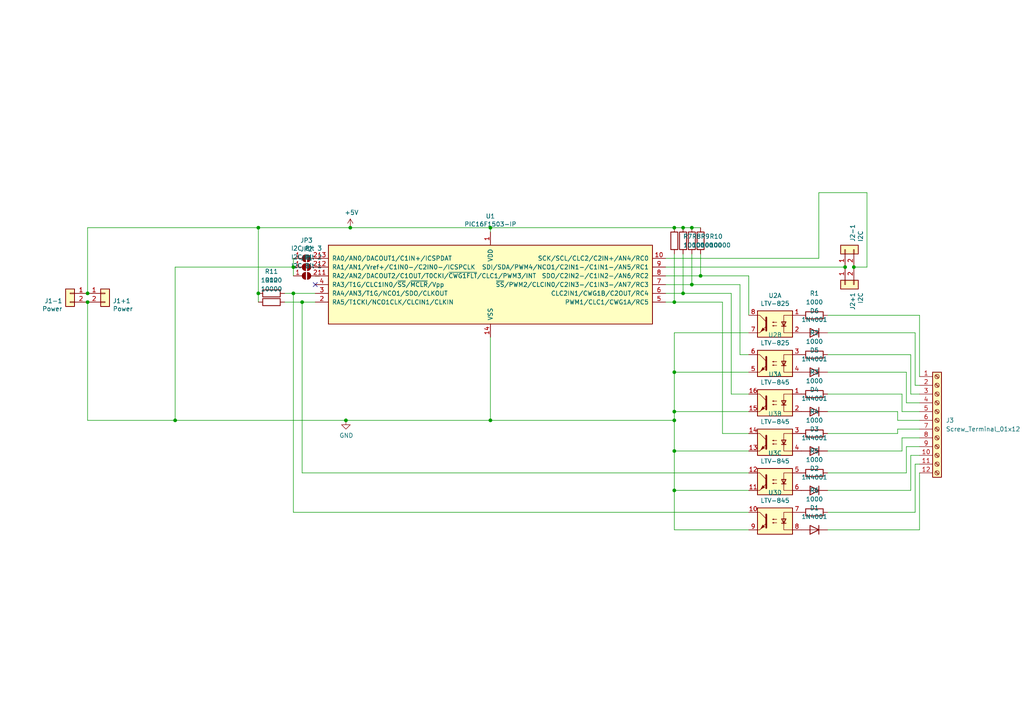
<source format=kicad_sch>
(kicad_sch (version 20230121) (generator eeschema)
  (paper "A4")
  (lib_symbols
    (symbol "Connector:Screw_Terminal_01x12" (pin_names (offset 1.016) hide)
      (property "Reference" "J" (at 0 15.24 0))
      (property "Value" "Screw_Terminal_01x12" (at 0 -17.78 0))
      (symbol "Screw_Terminal_01x12_1_1"
        (rectangle (start -1.27 13.97) (end 1.27 -16.51) (stroke (width 0.254)) (fill (type background)))
        (circle (center 0 -15.24) (radius 0.635) (stroke (width 0.1524)))
        (circle (center 0 -12.7) (radius 0.635) (stroke (width 0.1524)))
        (circle (center 0 -10.16) (radius 0.635) (stroke (width 0.1524)))
        (circle (center 0 -7.62) (radius 0.635) (stroke (width 0.1524)))
        (circle (center 0 -5.08) (radius 0.635) (stroke (width 0.1524)))
        (circle (center 0 -2.54) (radius 0.635) (stroke (width 0.1524)))
        (polyline (pts (xy -0.5334 -14.9098) (xy 0.3302 -15.748)) (stroke (width 0.1524)))
        (polyline (pts (xy -0.5334 -12.3698) (xy 0.3302 -13.208)) (stroke (width 0.1524)))
        (polyline (pts (xy -0.5334 -9.8298) (xy 0.3302 -10.668)) (stroke (width 0.1524)))
        (polyline (pts (xy -0.5334 -7.2898) (xy 0.3302 -8.128)) (stroke (width 0.1524)))
        (polyline (pts (xy -0.5334 -4.7498) (xy 0.3302 -5.588)) (stroke (width 0.1524)))
        (polyline (pts (xy -0.5334 -2.2098) (xy 0.3302 -3.048)) (stroke (width 0.1524)))
        (polyline (pts (xy -0.5334 0.3302) (xy 0.3302 -0.508)) (stroke (width 0.1524)))
        (polyline (pts (xy -0.5334 2.8702) (xy 0.3302 2.032)) (stroke (width 0.1524)))
        (polyline (pts (xy -0.5334 5.4102) (xy 0.3302 4.572)) (stroke (width 0.1524)))
        (polyline (pts (xy -0.5334 7.9502) (xy 0.3302 7.112)) (stroke (width 0.1524)))
        (polyline (pts (xy -0.5334 10.4902) (xy 0.3302 9.652)) (stroke (width 0.1524)))
        (polyline (pts (xy -0.5334 13.0302) (xy 0.3302 12.192)) (stroke (width 0.1524)))
        (polyline (pts (xy -0.3556 -14.732) (xy 0.508 -15.5702)) (stroke (width 0.1524)))
        (polyline (pts (xy -0.3556 -12.192) (xy 0.508 -13.0302)) (stroke (width 0.1524)))
        (polyline (pts (xy -0.3556 -9.652) (xy 0.508 -10.4902)) (stroke (width 0.1524)))
        (polyline (pts (xy -0.3556 -7.112) (xy 0.508 -7.9502)) (stroke (width 0.1524)))
        (polyline (pts (xy -0.3556 -4.572) (xy 0.508 -5.4102)) (stroke (width 0.1524)))
        (polyline (pts (xy -0.3556 -2.032) (xy 0.508 -2.8702)) (stroke (width 0.1524)))
        (polyline (pts (xy -0.3556 0.508) (xy 0.508 -0.3302)) (stroke (width 0.1524)))
        (polyline (pts (xy -0.3556 3.048) (xy 0.508 2.2098)) (stroke (width 0.1524)))
        (polyline (pts (xy -0.3556 5.588) (xy 0.508 4.7498)) (stroke (width 0.1524)))
        (polyline (pts (xy -0.3556 8.128) (xy 0.508 7.2898)) (stroke (width 0.1524)))
        (polyline (pts (xy -0.3556 10.668) (xy 0.508 9.8298)) (stroke (width 0.1524)))
        (polyline (pts (xy -0.3556 13.208) (xy 0.508 12.3698)) (stroke (width 0.1524)))
        (circle (center 0 0) (radius 0.635) (stroke (width 0.1524)))
        (circle (center 0 2.54) (radius 0.635) (stroke (width 0.1524)))
        (circle (center 0 5.08) (radius 0.635) (stroke (width 0.1524)))
        (circle (center 0 7.62) (radius 0.635) (stroke (width 0.1524)))
        (circle (center 0 10.16) (radius 0.635) (stroke (width 0.1524)))
        (circle (center 0 12.7) (radius 0.635) (stroke (width 0.1524)))
        (pin passive line (at -5.08 12.7 0) (length 3.81) (name "Pin_1") (number "1"))
        (pin passive line (at -5.08 -10.16 0) (length 3.81) (name "Pin_10") (number "10"))
        (pin passive line (at -5.08 -12.7 0) (length 3.81) (name "Pin_11") (number "11"))
        (pin passive line (at -5.08 -15.24 0) (length 3.81) (name "Pin_12") (number "12"))
        (pin passive line (at -5.08 10.16 0) (length 3.81) (name "Pin_2") (number "2"))
        (pin passive line (at -5.08 7.62 0) (length 3.81) (name "Pin_3") (number "3"))
        (pin passive line (at -5.08 5.08 0) (length 3.81) (name "Pin_4") (number "4"))
        (pin passive line (at -5.08 2.54 0) (length 3.81) (name "Pin_5") (number "5"))
        (pin passive line (at -5.08 0 0) (length 3.81) (name "Pin_6") (number "6"))
        (pin passive line (at -5.08 -2.54 0) (length 3.81) (name "Pin_7") (number "7"))
        (pin passive line (at -5.08 -5.08 0) (length 3.81) (name "Pin_8") (number "8"))
        (pin passive line (at -5.08 -7.62 0) (length 3.81) (name "Pin_9") (number "9"))
      )
    )
    (symbol "Connector_Generic:Conn_01x02" (pin_names (offset 1.016) hide)
      (property "Reference" "J" (at 0 2.54 0))
      (property "Value" "Conn_01x02" (at 0 -5.08 0))
      (symbol "Conn_01x02_1_1"
        (rectangle (start -1.27 -2.413) (end 0 -2.667) (stroke (width 0.1524)))
        (rectangle (start -1.27 0.127) (end 0 -0.127) (stroke (width 0.1524)))
        (rectangle (start -1.27 1.27) (end 1.27 -3.81) (stroke (width 0.254)) (fill (type background)))
        (pin passive line (at -5.08 0 0) (length 3.81) (name "Pin_1") (number "1"))
        (pin passive line (at -5.08 -2.54 0) (length 3.81) (name "Pin_2") (number "2"))
      )
    )
    (symbol "Device:D" (pin_numbers hide) (pin_names (offset 1.016) hide)
      (property "Reference" "D" (at 0 2.54 0))
      (property "Value" "D" (at 0 -2.54 0))
      (symbol "D_0_1"
        (polyline (pts (xy -1.27 1.27) (xy -1.27 -1.27)) (stroke (width 0.254)))
        (polyline (pts (xy 1.27 0) (xy -1.27 0)))
        (polyline (pts (xy 1.27 1.27) (xy 1.27 -1.27) (xy -1.27 0) (xy 1.27 1.27)) (stroke (width 0.254)))
      )
      (symbol "D_1_1"
        (pin passive line (at -3.81 0 0) (length 2.54) (name "K") (number "1"))
        (pin passive line (at 3.81 0 180) (length 2.54) (name "A") (number "2"))
      )
    )
    (symbol "Device:R" (pin_numbers hide) (pin_names (offset 0))
      (property "Reference" "R" (at 2.032 0 90))
      (property "Value" "R" (at 0 0 90))
      (symbol "R_0_1"
        (rectangle (start -1.016 -2.54) (end 1.016 2.54) (stroke (width 0.254)))
      )
      (symbol "R_1_1"
        (pin passive line (at 0 3.81 270) (length 1.27) (name "~") (number "1"))
        (pin passive line (at 0 -3.81 90) (length 1.27) (name "~") (number "2"))
      )
    )
    (symbol "Jumper:SolderJumper_2_Open" (pin_names (offset 0) hide)
      (property "Reference" "JP" (at 0 2.032 0))
      (property "Value" "SolderJumper_2_Open" (at 0 -2.54 0))
      (symbol "SolderJumper_2_Open_0_1"
        (arc (start -0.254 1.016) (mid -1.2656 0) (end -0.254 -1.016))
        (arc (start -0.254 1.016) (mid -1.2656 0) (end -0.254 -1.016) (fill (type outline)))
        (polyline (pts (xy -0.254 1.016) (xy -0.254 -1.016)))
        (polyline (pts (xy 0.254 1.016) (xy 0.254 -1.016)))
        (arc (start 0.254 -1.016) (mid 1.2656 0) (end 0.254 1.016))
        (arc (start 0.254 -1.016) (mid 1.2656 0) (end 0.254 1.016) (fill (type outline)))
      )
      (symbol "SolderJumper_2_Open_1_1"
        (pin passive line (at -3.81 0 0) (length 2.54) (name "A") (number "1"))
        (pin passive line (at 3.81 0 180) (length 2.54) (name "B") (number "2"))
      )
    )
    (symbol "MCU_Microchip_PIC16:PIC16F1503-IP" (pin_names (offset 1.016))
      (property "Reference" "U" (at -46.99 15.24 0))
      (property "Value" "PIC16F1503-IP" (at -46.99 12.7 0))
      (symbol "PIC16F1503-IP_0_1"
        (rectangle (start -46.99 11.43) (end 46.99 -11.43) (stroke (width 0.254)) (fill (type background)))
      )
      (symbol "PIC16F1503-IP_1_1"
        (pin power_in line (at 0 15.24 270) (length 3.81) (name "VDD") (number "1"))
        (pin bidirectional line (at 50.8 7.62 180) (length 3.81) (name "SCK/SCL/CLC2/C2IN+/AN4/RC0") (number "10"))
        (pin bidirectional line (at -50.8 2.54 0) (length 3.81) (name "RA2/AN2/DACOUT2/C1OUT/T0CKI/~{CWG1FLT}/CLC1/PWM3/INT") (number "11"))
        (pin bidirectional line (at -50.8 5.08 0) (length 3.81) (name "RA1/AN1/Vref+/C1IN0-/C2IN0-/ICSPCLK") (number "12"))
        (pin bidirectional line (at -50.8 7.62 0) (length 3.81) (name "RA0/AN0/DACOUT1/C1IN+/ICSPDAT") (number "13"))
        (pin power_in line (at 0 -15.24 90) (length 3.81) (name "VSS") (number "14"))
        (pin bidirectional line (at -50.8 -5.08 0) (length 3.81) (name "RA5/T1CKI/NCO1CLK/CLCIN1/CLKIN") (number "2"))
        (pin bidirectional line (at -50.8 -2.54 0) (length 3.81) (name "RA4/AN3/T1G/NCO1/SDO/CLKOUT") (number "3"))
        (pin input line (at -50.8 0 0) (length 3.81) (name "RA3/T1G/CLC1IN0/~{SS}/~{MCLR}/Vpp") (number "4"))
        (pin bidirectional line (at 50.8 -5.08 180) (length 3.81) (name "PWM1/CLC1/CWG1A/RC5") (number "5"))
        (pin bidirectional line (at 50.8 -2.54 180) (length 3.81) (name "CLC2IN1/CWG1B/C2OUT/RC4") (number "6"))
        (pin bidirectional line (at 50.8 0 180) (length 3.81) (name "~{SS}/PWM2/CLCIN0/C2IN3-/C1IN3-/AN7/RC3") (number "7"))
        (pin bidirectional line (at 50.8 2.54 180) (length 3.81) (name "SDO/C2IN2-/C1IN2-/AN6/RC2") (number "8"))
        (pin bidirectional line (at 50.8 5.08 180) (length 3.81) (name "SDI/SDA/PWM4/NCO1/C2IN1-/C1IN1-/AN5/RC1") (number "9"))
      )
    )
    (symbol "Optokoppler:LTV-825-Isolator" (pin_names (offset 1.016))
      (property "Reference" "U" (at -5.08 5.08 0))
      (property "Value" "Isolator_LTV-825" (at 0 5.08 0))
      (symbol "LTV-825-Isolator_0_1"
        (rectangle (start -5.08 3.81) (end 5.08 -3.81) (stroke (width 0.254)) (fill (type background)))
        (polyline (pts (xy -3.175 -0.635) (xy -1.905 -0.635)) (stroke (width 0.254)))
        (polyline (pts (xy 2.54 0.635) (xy 4.445 2.54)))
        (polyline (pts (xy 4.445 -2.54) (xy 2.54 -0.635)) (fill (type outline)))
        (polyline (pts (xy 4.445 -2.54) (xy 5.08 -2.54)))
        (polyline (pts (xy 4.445 2.54) (xy 5.08 2.54)))
        (polyline (pts (xy -2.54 -0.635) (xy -2.54 -2.54) (xy -5.08 -2.54)))
        (polyline (pts (xy 2.54 1.905) (xy 2.54 -1.905) (xy 2.54 -1.905)) (stroke (width 0.508)))
        (polyline (pts (xy -5.08 2.54) (xy -2.54 2.54) (xy -2.54 -1.27) (xy -2.54 0.635)))
        (polyline (pts (xy -2.54 -0.635) (xy -3.175 0.635) (xy -1.905 0.635) (xy -2.54 -0.635)) (stroke (width 0.254)))
        (polyline (pts (xy -0.508 -0.508) (xy 0.762 -0.508) (xy 0.381 -0.635) (xy 0.381 -0.381) (xy 0.762 -0.508)))
        (polyline (pts (xy -0.508 0.508) (xy 0.762 0.508) (xy 0.381 0.381) (xy 0.381 0.635) (xy 0.762 0.508)))
        (polyline (pts (xy 3.048 -1.651) (xy 3.556 -1.143) (xy 4.064 -2.159) (xy 3.048 -1.651) (xy 3.048 -1.651)) (fill (type outline)))
      )
      (symbol "LTV-825-Isolator_1_1"
        (pin passive line (at -7.62 2.54 0) (length 2.54) (name "~") (number "1"))
        (pin passive line (at -7.62 -2.54 0) (length 2.54) (name "~") (number "2"))
        (pin passive line (at 7.62 -2.54 180) (length 2.54) (name "~") (number "7"))
        (pin passive line (at 7.62 2.54 180) (length 2.54) (name "~") (number "8"))
      )
      (symbol "LTV-825-Isolator_2_1"
        (pin passive line (at -7.62 2.54 0) (length 2.54) (name "~") (number "3"))
        (pin passive line (at -7.62 -2.54 0) (length 2.54) (name "~") (number "4"))
        (pin passive line (at 7.62 -2.54 180) (length 2.54) (name "~") (number "5"))
        (pin passive line (at 7.62 2.54 180) (length 2.54) (name "~") (number "6"))
      )
    )
    (symbol "Optokoppler:LTV-845-Isolator" (pin_names (offset 1.016))
      (property "Reference" "U" (at -5.08 5.08 0))
      (property "Value" "Isolator_LTV-845" (at 0 5.08 0))
      (symbol "LTV-845-Isolator_0_1"
        (rectangle (start -5.08 3.81) (end 5.08 -3.81) (stroke (width 0.254)) (fill (type background)))
        (polyline (pts (xy -3.175 -0.635) (xy -1.905 -0.635)) (stroke (width 0.254)))
        (polyline (pts (xy 2.54 0.635) (xy 4.445 2.54)))
        (polyline (pts (xy 4.445 -2.54) (xy 2.54 -0.635)) (fill (type outline)))
        (polyline (pts (xy 4.445 -2.54) (xy 5.08 -2.54)))
        (polyline (pts (xy 4.445 2.54) (xy 5.08 2.54)))
        (polyline (pts (xy -2.54 -0.635) (xy -2.54 -2.54) (xy -5.08 -2.54)))
        (polyline (pts (xy 2.54 1.905) (xy 2.54 -1.905) (xy 2.54 -1.905)) (stroke (width 0.508)))
        (polyline (pts (xy -5.08 2.54) (xy -2.54 2.54) (xy -2.54 -1.27) (xy -2.54 0.635)))
        (polyline (pts (xy -2.54 -0.635) (xy -3.175 0.635) (xy -1.905 0.635) (xy -2.54 -0.635)) (stroke (width 0.254)))
        (polyline (pts (xy -0.508 -0.508) (xy 0.762 -0.508) (xy 0.381 -0.635) (xy 0.381 -0.381) (xy 0.762 -0.508)))
        (polyline (pts (xy -0.508 0.508) (xy 0.762 0.508) (xy 0.381 0.381) (xy 0.381 0.635) (xy 0.762 0.508)))
        (polyline (pts (xy 3.048 -1.651) (xy 3.556 -1.143) (xy 4.064 -2.159) (xy 3.048 -1.651) (xy 3.048 -1.651)) (fill (type outline)))
      )
      (symbol "LTV-845-Isolator_1_1"
        (pin passive line (at -7.62 2.54 0) (length 2.54) (name "~") (number "1"))
        (pin passive line (at 7.62 -2.54 180) (length 2.54) (name "~") (number "15"))
        (pin passive line (at 7.62 2.54 180) (length 2.54) (name "~") (number "16"))
        (pin passive line (at -7.62 -2.54 0) (length 2.54) (name "~") (number "2"))
      )
      (symbol "LTV-845-Isolator_2_1"
        (pin passive line (at 7.62 -2.54 180) (length 2.54) (name "~") (number "13"))
        (pin passive line (at 7.62 2.54 180) (length 2.54) (name "~") (number "14"))
        (pin passive line (at -7.62 2.54 0) (length 2.54) (name "~") (number "3"))
        (pin passive line (at -7.62 -2.54 0) (length 2.54) (name "~") (number "4"))
      )
      (symbol "LTV-845-Isolator_3_1"
        (pin passive line (at 7.62 -2.54 180) (length 2.54) (name "~") (number "11"))
        (pin passive line (at 7.62 2.54 180) (length 2.54) (name "~") (number "12"))
        (pin passive line (at -7.62 2.54 0) (length 2.54) (name "~") (number "5"))
        (pin passive line (at -7.62 -2.54 0) (length 2.54) (name "~") (number "6"))
      )
      (symbol "LTV-845-Isolator_4_1"
        (pin passive line (at 7.62 2.54 180) (length 2.54) (name "~") (number "10"))
        (pin passive line (at -7.62 2.54 0) (length 2.54) (name "~") (number "7"))
        (pin passive line (at -7.62 -2.54 0) (length 2.54) (name "~") (number "8"))
        (pin passive line (at 7.62 -2.54 180) (length 2.54) (name "~") (number "9"))
      )
    )
    (symbol "power:+5V" (power) (pin_names (offset 0))
      (property "Value" "+5V" (at 0 3.556 0))
      (symbol "+5V_0_1"
        (polyline (pts (xy -0.762 1.27) (xy 0 2.54)))
        (polyline (pts (xy 0 0) (xy 0 2.54)))
        (polyline (pts (xy 0 2.54) (xy 0.762 1.27)))
      )
      (symbol "+5V_1_1"
        (pin power_in line (at 0 0 90) (length 0) hide (name "+5V") (number "1"))
      )
    )
    (symbol "power:GND" (power) (pin_names (offset 0))
      (property "Value" "GND" (at 0 -3.81 0))
      (symbol "GND_0_1"
        (polyline (pts (xy 0 0) (xy 0 -1.27) (xy 1.27 -1.27) (xy 0 -2.54) (xy -1.27 -1.27) (xy 0 -1.27)))
      )
      (symbol "GND_1_1"
        (pin power_in line (at 0 0 270) (length 0) hide (name "GND") (number "1"))
      )
    )
  )
  (junction (at 25.4 85.09))
  (junction (at 85.09 77.47))
  (junction (at 200.66 82.55))
  (junction (at 195.58 142.24))
  (junction (at 50.8 121.92))
  (junction (at 195.58 66.04))
  (junction (at 74.93 85.09))
  (junction (at 142.24 66.04))
  (junction (at 85.09 85.09))
  (junction (at 195.58 87.63))
  (junction (at 87.63 87.63))
  (junction (at 195.58 121.92))
  (junction (at 142.24 121.92))
  (junction (at 195.58 119.38))
  (junction (at 203.2 80.01))
  (junction (at 74.93 66.04))
  (junction (at 245.11 77.47))
  (junction (at 198.12 66.04))
  (junction (at 247.65 77.47))
  (junction (at 25.4 87.63))
  (junction (at 100.33 121.92))
  (junction (at 198.12 85.09))
  (junction (at 101.6 66.04))
  (junction (at 195.58 130.81))
  (junction (at 200.66 66.04))
  (junction (at 195.58 107.95))
  (no_connect (at 91.44 82.55))
  (wire (pts (xy 240.03 119.38) (xy 260.35 119.38)))
  (wire (pts (xy 82.55 85.09) (xy 85.09 85.09)))
  (wire (pts (xy 142.24 66.04) (xy 142.24 67.31)))
  (wire (pts (xy 200.66 73.66) (xy 200.66 82.55)))
  (wire (pts (xy 195.58 130.81) (xy 195.58 142.24)))
  (wire (pts (xy 240.03 107.95) (xy 262.89 107.95)))
  (wire (pts (xy 195.58 153.67) (xy 217.17 153.67)))
  (wire (pts (xy 240.03 130.81) (xy 261.62 130.81)))
  (wire (pts (xy 265.43 148.59) (xy 240.03 148.59)))
  (wire (pts (xy 265.43 134.62) (xy 265.43 148.59)))
  (wire (pts (xy 25.4 66.04) (xy 25.4 85.09)))
  (wire (pts (xy 251.46 77.47) (xy 247.65 77.47)))
  (wire (pts (xy 262.89 137.16) (xy 240.03 137.16)))
  (wire (pts (xy 203.2 80.01) (xy 217.17 80.01)))
  (wire (pts (xy 266.7 153.67) (xy 266.7 137.16)))
  (wire (pts (xy 237.49 55.88) (xy 251.46 55.88)))
  (wire (pts (xy 266.7 124.46) (xy 260.35 124.46)))
  (wire (pts (xy 74.93 66.04) (xy 25.4 66.04)))
  (wire (pts (xy 265.43 96.52) (xy 265.43 111.76)))
  (wire (pts (xy 142.24 66.04) (xy 195.58 66.04)))
  (wire (pts (xy 91.44 85.09) (xy 85.09 85.09)))
  (wire (pts (xy 142.24 121.92) (xy 195.58 121.92)))
  (wire (pts (xy 266.7 134.62) (xy 265.43 134.62)))
  (wire (pts (xy 237.49 55.88) (xy 237.49 74.93)))
  (wire (pts (xy 100.33 121.92) (xy 142.24 121.92)))
  (wire (pts (xy 264.16 114.3) (xy 264.16 102.87)))
  (wire (pts (xy 266.7 114.3) (xy 264.16 114.3)))
  (wire (pts (xy 85.09 80.01) (xy 85.09 77.47)))
  (wire (pts (xy 85.09 74.93) (xy 85.09 77.47)))
  (wire (pts (xy 195.58 73.66) (xy 195.58 87.63)))
  (wire (pts (xy 212.09 114.3) (xy 217.17 114.3)))
  (wire (pts (xy 262.89 116.84) (xy 266.7 116.84)))
  (wire (pts (xy 240.03 142.24) (xy 264.16 142.24)))
  (wire (pts (xy 195.58 119.38) (xy 195.58 121.92)))
  (wire (pts (xy 266.7 129.54) (xy 262.89 129.54)))
  (wire (pts (xy 240.03 91.44) (xy 266.7 91.44)))
  (wire (pts (xy 212.09 85.09) (xy 212.09 114.3)))
  (wire (pts (xy 193.04 87.63) (xy 195.58 87.63)))
  (wire (pts (xy 266.7 91.44) (xy 266.7 109.22)))
  (wire (pts (xy 260.35 124.46) (xy 260.35 125.73)))
  (wire (pts (xy 198.12 85.09) (xy 212.09 85.09)))
  (wire (pts (xy 193.04 74.93) (xy 237.49 74.93)))
  (wire (pts (xy 264.16 132.08) (xy 266.7 132.08)))
  (wire (pts (xy 193.04 77.47) (xy 245.11 77.47)))
  (wire (pts (xy 142.24 97.79) (xy 142.24 121.92)))
  (wire (pts (xy 91.44 74.93) (xy 92.71 74.93)))
  (wire (pts (xy 198.12 73.66) (xy 198.12 85.09)))
  (wire (pts (xy 193.04 80.01) (xy 203.2 80.01)))
  (wire (pts (xy 261.62 127) (xy 266.7 127)))
  (wire (pts (xy 260.35 125.73) (xy 240.03 125.73)))
  (wire (pts (xy 264.16 142.24) (xy 264.16 132.08)))
  (wire (pts (xy 203.2 73.66) (xy 203.2 80.01)))
  (wire (pts (xy 87.63 137.16) (xy 87.63 87.63)))
  (wire (pts (xy 262.89 129.54) (xy 262.89 137.16)))
  (wire (pts (xy 25.4 87.63) (xy 25.4 121.92)))
  (wire (pts (xy 195.58 142.24) (xy 195.58 153.67)))
  (wire (pts (xy 195.58 142.24) (xy 217.17 142.24)))
  (wire (pts (xy 260.35 121.92) (xy 266.7 121.92)))
  (wire (pts (xy 240.03 96.52) (xy 265.43 96.52)))
  (wire (pts (xy 200.66 82.55) (xy 193.04 82.55)))
  (wire (pts (xy 91.44 77.47) (xy 92.71 77.47)))
  (wire (pts (xy 261.62 114.3) (xy 240.03 114.3)))
  (wire (pts (xy 195.58 87.63) (xy 209.55 87.63)))
  (wire (pts (xy 214.63 82.55) (xy 200.66 82.55)))
  (wire (pts (xy 195.58 107.95) (xy 195.58 119.38)))
  (wire (pts (xy 265.43 111.76) (xy 266.7 111.76)))
  (wire (pts (xy 198.12 66.04) (xy 200.66 66.04)))
  (wire (pts (xy 261.62 119.38) (xy 261.62 114.3)))
  (wire (pts (xy 74.93 66.04) (xy 74.93 85.09)))
  (wire (pts (xy 214.63 102.87) (xy 214.63 82.55)))
  (wire (pts (xy 240.03 153.67) (xy 266.7 153.67)))
  (wire (pts (xy 25.4 121.92) (xy 50.8 121.92)))
  (wire (pts (xy 91.44 80.01) (xy 92.71 80.01)))
  (wire (pts (xy 50.8 121.92) (xy 100.33 121.92)))
  (wire (pts (xy 209.55 125.73) (xy 217.17 125.73)))
  (wire (pts (xy 200.66 66.04) (xy 203.2 66.04)))
  (wire (pts (xy 85.09 148.59) (xy 217.17 148.59)))
  (wire (pts (xy 85.09 77.47) (xy 50.8 77.47)))
  (wire (pts (xy 217.17 102.87) (xy 214.63 102.87)))
  (wire (pts (xy 195.58 107.95) (xy 217.17 107.95)))
  (wire (pts (xy 195.58 66.04) (xy 198.12 66.04)))
  (wire (pts (xy 195.58 96.52) (xy 195.58 107.95)))
  (wire (pts (xy 87.63 87.63) (xy 91.44 87.63)))
  (wire (pts (xy 264.16 102.87) (xy 240.03 102.87)))
  (wire (pts (xy 251.46 55.88) (xy 251.46 77.47)))
  (wire (pts (xy 217.17 96.52) (xy 195.58 96.52)))
  (wire (pts (xy 195.58 119.38) (xy 217.17 119.38)))
  (wire (pts (xy 85.09 85.09) (xy 85.09 148.59)))
  (wire (pts (xy 266.7 119.38) (xy 261.62 119.38)))
  (wire (pts (xy 261.62 130.81) (xy 261.62 127)))
  (wire (pts (xy 101.6 66.04) (xy 142.24 66.04)))
  (wire (pts (xy 262.89 107.95) (xy 262.89 116.84)))
  (wire (pts (xy 195.58 121.92) (xy 195.58 130.81)))
  (wire (pts (xy 193.04 85.09) (xy 198.12 85.09)))
  (wire (pts (xy 101.6 66.04) (xy 74.93 66.04)))
  (wire (pts (xy 82.55 87.63) (xy 87.63 87.63)))
  (wire (pts (xy 50.8 77.47) (xy 50.8 121.92)))
  (wire (pts (xy 260.35 119.38) (xy 260.35 121.92)))
  (wire (pts (xy 217.17 137.16) (xy 87.63 137.16)))
  (wire (pts (xy 209.55 87.63) (xy 209.55 125.73)))
  (wire (pts (xy 74.93 85.09) (xy 74.93 87.63)))
  (wire (pts (xy 217.17 80.01) (xy 217.17 91.44)))
  (wire (pts (xy 195.58 130.81) (xy 217.17 130.81)))
  (symbol (lib_id "MCU_Microchip_PIC16:PIC16F1503-IP") (at 142.24 82.55 0) (unit 1)
    (property "Reference" "U1" (at 142.24 62.7126 0))
    (property "Value" "PIC16F1503-IP" (at 142.24 65.024 0))
    (property "Footprint" "Package_DIP:DIP-14_W7.62mm" (effects hide))
    (property "Datasheet" "http://ww1.microchip.com/downloads/en/DeviceDoc/41607A.pdf" (effects hide))
  )
  (symbol (lib_id "Connector_Generic:Conn_01x02") (at 245.11 72.39 90) (unit 1)
    (property "Reference" "J2-1" (at 247.2944 70.1548 0) (effects (justify left)))
    (property "Value" "I2C" (at 249.6058 70.1548 0) (effects (justify left)))
    (property "Footprint" "Connector_PinSocket_2.54mm:PinSocket_1x02_P2.54mm_Vertical" (effects hide))
    (property "Sim.Enable" "0" (effects hide))
  )
  (symbol (lib_id "Connector_Generic:Conn_01x02") (at 30.48 85.09 0) (unit 1)
    (property "Reference" "J1+1" (at 32.7152 87.2744 0) (effects (justify left)))
    (property "Value" "Power" (at 32.7152 89.5858 0) (effects (justify left)))
    (property "Footprint" "Connector_PinHeader_2.54mm:PinHeader_1x02_P2.54mm_Vertical" (effects hide))
    (property "Sim.Enable" "0" (effects hide))
  )
  (symbol (lib_id "Jumper:SolderJumper_2_Open") (at 88.9 80.01 0) (unit 1)
    (property "Reference" "JP1" (at 88.9 74.803 0))
    (property "Value" "I2C Bit 1" (at 88.9 77.1144 0))
    (property "Footprint" "Jumper:SolderJumper-2_P1.3mm_Open_RoundedPad1.0x1.5mm" (effects hide))
    (property "Sim.Enable" "0" (effects hide))
  )
  (symbol (lib_id "Jumper:SolderJumper_2_Open") (at 88.9 74.93 0) (unit 1)
    (property "Reference" "JP3" (at 88.9 69.723 0))
    (property "Value" "I2C Bit 3" (at 88.9 72.0344 0))
    (property "Footprint" "Jumper:SolderJumper-2_P1.3mm_Open_RoundedPad1.0x1.5mm" (effects hide))
    (property "Sim.Enable" "0" (effects hide))
  )
  (symbol (lib_id "Jumper:SolderJumper_2_Open") (at 88.9 77.47 0) (unit 1)
    (property "Reference" "JP2" (at 88.9 72.263 0))
    (property "Value" "I2C Bit 2" (at 88.9 74.5744 0))
    (property "Footprint" "Jumper:SolderJumper-2_P1.3mm_Open_RoundedPad1.0x1.5mm" (effects hide))
    (property "Sim.Enable" "0" (effects hide))
  )
  (symbol (lib_id "Connector_Generic:Conn_01x02") (at 20.32 85.09 0) (mirror y) (unit 1)
    (property "Reference" "J1-1" (at 18.0848 87.2744 0) (effects (justify left)))
    (property "Value" "Power" (at 18.0848 89.5858 0) (effects (justify left)))
    (property "Footprint" "Connector_PinSocket_2.54mm:PinSocket_1x02_P2.54mm_Vertical" (effects hide))
    (property "Sim.Enable" "0" (effects hide))
  )
  (symbol (lib_id "Connector_Generic:Conn_01x02") (at 245.11 82.55 90) (mirror x) (unit 1)
    (property "Reference" "J2+1" (at 247.2944 84.7852 0) (effects (justify left)))
    (property "Value" "I2C" (at 249.6058 84.7852 0) (effects (justify left)))
    (property "Footprint" "Connector_PinHeader_2.54mm:PinHeader_1x02_P2.54mm_Vertical" (effects hide))
    (property "Sim.Enable" "0" (effects hide))
  )
  (symbol (lib_id "power:GND") (at 100.33 121.92 0) (unit 1)
    (property "Reference" "#PWR0102" (effects hide))
    (property "Value" "GND" (at 100.457 126.3142 0))
  )
  (symbol (lib_id "power:+5V") (at 101.6 66.04 0) (unit 1)
    (property "Reference" "#PWR0101" (effects hide))
    (property "Value" "+5V" (at 101.981 61.6458 0))
  )
  (symbol (lib_id "Device:D") (at 236.22 142.24 180) (unit 1)
    (property "Reference" "D2" (at 236.22 135.89 0))
    (property "Value" "1N4001" (at 236.22 138.43 0))
    (property "Footprint" "Diode_SMD:D_SMB_Handsoldering" (effects hide))
    (property "Sim.Device" "D" (effects hide))
    (property "Sim.Pins" "1=K 2=A" (effects hide))
  )
  (symbol (lib_id "Connector:Screw_Terminal_01x12") (at 271.78 121.92 0) (unit 1)
    (property "Reference" "J3" (at 274.32 121.92 0) (effects (justify left)))
    (property "Value" "Screw_Terminal_01x12" (at 274.32 124.46 0) (effects (justify left)))
    (property "Footprint" "TerminalBlock_RND:TerminalBlock_RND_205-00297_1x12_P5.08mm_Horizontal" (effects hide))
  )
  (symbol (lib_id "Optokoppler:LTV-825-Isolator") (at 224.79 105.41 0) (mirror y) (unit 2)
    (property "Reference" "U2" (at 224.79 97.155 0))
    (property "Value" "LTV-825" (at 224.79 99.4664 0))
    (property "Footprint" "Package_DIP:DIP-8_W7.62mm" (effects hide))
    (property "Datasheet" "https://cdn-reichelt.de/documents/datenblatt/A200/LTV815_LTV825_LTV845_LIT.pdf" (effects hide))
  )
  (symbol (lib_id "Device:D") (at 236.22 119.38 180) (unit 1)
    (property "Reference" "D4" (at 236.22 113.03 0))
    (property "Value" "1N4001" (at 236.22 115.57 0))
    (property "Footprint" "Diode_SMD:D_SMB_Handsoldering" (effects hide))
    (property "Sim.Device" "D" (effects hide))
    (property "Sim.Pins" "1=K 2=A" (effects hide))
  )
  (symbol (lib_id "Device:D") (at 236.22 96.52 180) (unit 1)
    (property "Reference" "D6" (at 236.22 90.17 0))
    (property "Value" "1N4001" (at 236.22 92.71 0))
    (property "Footprint" "Diode_SMD:D_SMB_Handsoldering" (effects hide))
    (property "Sim.Device" "D" (effects hide))
    (property "Sim.Pins" "1=K 2=A" (effects hide))
  )
  (symbol (lib_id "Device:R") (at 198.12 69.85 180) (unit 1)
    (property "Reference" "R8" (at 200.66 68.58 0) (effects (justify right)))
    (property "Value" "10000" (at 200.66 71.12 0) (effects (justify right)))
    (property "Footprint" "Resistor_SMD:R_0603_1608Metric_Pad0.98x0.95mm_HandSolder" (effects hide))
  )
  (symbol (lib_id "Device:R") (at 203.2 69.85 180) (unit 1)
    (property "Reference" "R10" (at 205.74 68.58 0) (effects (justify right)))
    (property "Value" "10000" (at 205.74 71.12 0) (effects (justify right)))
    (property "Footprint" "Resistor_SMD:R_0603_1608Metric_Pad0.98x0.95mm_HandSolder" (effects hide))
  )
  (symbol (lib_id "Optokoppler:LTV-825-Isolator") (at 224.79 93.98 0) (mirror y) (unit 1)
    (property "Reference" "U2" (at 224.79 85.725 0))
    (property "Value" "LTV-825" (at 224.79 88.0364 0))
    (property "Footprint" "Package_DIP:DIP-8_W7.62mm" (effects hide))
    (property "Datasheet" "https://cdn-reichelt.de/documents/datenblatt/A200/LTV815_LTV825_LTV845_LIT.pdf" (effects hide))
  )
  (symbol (lib_id "Device:R") (at 236.22 114.3 90) (unit 1)
    (property "Reference" "R3" (at 236.22 107.95 90))
    (property "Value" "1000" (at 236.22 110.49 90))
    (property "Footprint" "Resistor_SMD:R_0603_1608Metric_Pad0.98x0.95mm_HandSolder" (effects hide))
  )
  (symbol (lib_id "Optokoppler:LTV-845-Isolator") (at 224.79 139.7 0) (mirror y) (unit 3)
    (property "Reference" "U3" (at 224.79 131.445 0))
    (property "Value" "LTV-845" (at 224.79 133.7564 0))
    (property "Footprint" "Package_DIP:DIP-16_W7.62mm" (effects hide))
    (property "Datasheet" "https://cdn-reichelt.de/documents/datenblatt/A200/LTV815_LTV825_LTV845_LIT.pdf" (effects hide))
  )
  (symbol (lib_id "Device:R") (at 236.22 125.73 90) (unit 1)
    (property "Reference" "R4" (at 236.22 119.38 90))
    (property "Value" "1000" (at 236.22 121.92 90))
    (property "Footprint" "Resistor_SMD:R_0603_1608Metric_Pad0.98x0.95mm_HandSolder" (effects hide))
  )
  (symbol (lib_id "Device:R") (at 200.66 69.85 180) (unit 1)
    (property "Reference" "R9" (at 203.2 68.58 0) (effects (justify right)))
    (property "Value" "10000" (at 203.2 71.12 0) (effects (justify right)))
    (property "Footprint" "Resistor_SMD:R_0603_1608Metric_Pad0.98x0.95mm_HandSolder" (effects hide))
  )
  (symbol (lib_id "Device:R") (at 195.58 69.85 180) (unit 1)
    (property "Reference" "R7" (at 198.12 68.58 0) (effects (justify right)))
    (property "Value" "10000" (at 198.12 71.12 0) (effects (justify right)))
    (property "Footprint" "Resistor_SMD:R_0603_1608Metric_Pad0.98x0.95mm_HandSolder" (effects hide))
  )
  (symbol (lib_id "Device:R") (at 236.22 102.87 90) (unit 1)
    (property "Reference" "R2" (at 236.22 96.52 90))
    (property "Value" "1000" (at 236.22 99.06 90))
    (property "Footprint" "Resistor_SMD:R_0603_1608Metric_Pad0.98x0.95mm_HandSolder" (effects hide))
  )
  (symbol (lib_id "Device:D") (at 236.22 107.95 180) (unit 1)
    (property "Reference" "D5" (at 236.22 101.6 0))
    (property "Value" "1N4001" (at 236.22 104.14 0))
    (property "Footprint" "Diode_SMD:D_SMB_Handsoldering" (effects hide))
    (property "Sim.Device" "D" (effects hide))
    (property "Sim.Pins" "1=K 2=A" (effects hide))
  )
  (symbol (lib_id "Device:D") (at 236.22 130.81 180) (unit 1)
    (property "Reference" "D3" (at 236.22 124.46 0))
    (property "Value" "1N4001" (at 236.22 127 0))
    (property "Footprint" "Diode_SMD:D_SMB_Handsoldering" (effects hide))
    (property "Sim.Device" "D" (effects hide))
    (property "Sim.Pins" "1=K 2=A" (effects hide))
  )
  (symbol (lib_id "Optokoppler:LTV-845-Isolator") (at 224.79 116.84 0) (mirror y) (unit 1)
    (property "Reference" "U3" (at 224.79 108.585 0))
    (property "Value" "LTV-845" (at 224.79 110.8964 0))
    (property "Footprint" "Package_DIP:DIP-16_W7.62mm" (effects hide))
    (property "Datasheet" "https://cdn-reichelt.de/documents/datenblatt/A200/LTV815_LTV825_LTV845_LIT.pdf" (effects hide))
  )
  (symbol (lib_id "Device:D") (at 236.22 153.67 180) (unit 1)
    (property "Reference" "D1" (at 236.22 147.32 0))
    (property "Value" "1N4001" (at 236.22 149.86 0))
    (property "Footprint" "Diode_SMD:D_SMB_Handsoldering" (effects hide))
    (property "Sim.Device" "D" (effects hide))
    (property "Sim.Pins" "1=K 2=A" (effects hide))
  )
  (symbol (lib_id "Optokoppler:LTV-845-Isolator") (at 224.79 151.13 0) (mirror y) (unit 4)
    (property "Reference" "U3" (at 224.79 142.875 0))
    (property "Value" "LTV-845" (at 224.79 145.1864 0))
    (property "Footprint" "Package_DIP:DIP-16_W7.62mm" (effects hide))
    (property "Datasheet" "https://cdn-reichelt.de/documents/datenblatt/A200/LTV815_LTV825_LTV845_LIT.pdf" (effects hide))
  )
  (symbol (lib_id "Device:R") (at 236.22 91.44 90) (unit 1)
    (property "Reference" "R1" (at 236.22 85.09 90))
    (property "Value" "1000" (at 236.22 87.63 90))
    (property "Footprint" "Resistor_SMD:R_0603_1608Metric_Pad0.98x0.95mm_HandSolder" (effects hide))
  )
  (symbol (lib_id "Device:R") (at 236.22 137.16 90) (unit 1)
    (property "Reference" "R5" (at 236.22 130.81 90))
    (property "Value" "1000" (at 236.22 133.35 90))
    (property "Footprint" "Resistor_SMD:R_0603_1608Metric_Pad0.98x0.95mm_HandSolder" (effects hide))
  )
  (symbol (lib_id "Device:R") (at 236.22 148.59 90) (unit 1)
    (property "Reference" "R6" (at 236.22 142.24 90))
    (property "Value" "1000" (at 236.22 144.78 90))
    (property "Footprint" "Resistor_SMD:R_0603_1608Metric_Pad0.98x0.95mm_HandSolder" (effects hide))
  )
  (symbol (lib_id "Device:R") (at 78.74 87.63 270) (unit 1)
    (property "Reference" "R12" (at 78.74 81.28 90))
    (property "Value" "10000" (at 78.74 83.82 90))
    (property "Footprint" "Resistor_SMD:R_0603_1608Metric_Pad0.98x0.95mm_HandSolder" (effects hide))
  )
  (symbol (lib_id "Device:R") (at 78.74 85.09 90) (unit 1)
    (property "Reference" "R11" (at 78.74 78.74 90))
    (property "Value" "10000" (at 78.74 81.28 90))
    (property "Footprint" "Resistor_SMD:R_0603_1608Metric_Pad0.98x0.95mm_HandSolder" (effects hide))
  )
  (symbol (lib_id "Optokoppler:LTV-845-Isolator") (at 224.79 128.27 0) (mirror y) (unit 2)
    (property "Reference" "U3" (at 224.79 120.015 0))
    (property "Value" "LTV-845" (at 224.79 122.3264 0))
    (property "Footprint" "Package_DIP:DIP-16_W7.62mm" (effects hide))
    (property "Datasheet" "https://cdn-reichelt.de/documents/datenblatt/A200/LTV815_LTV825_LTV845_LIT.pdf" (effects hide))
  )
)
</source>
